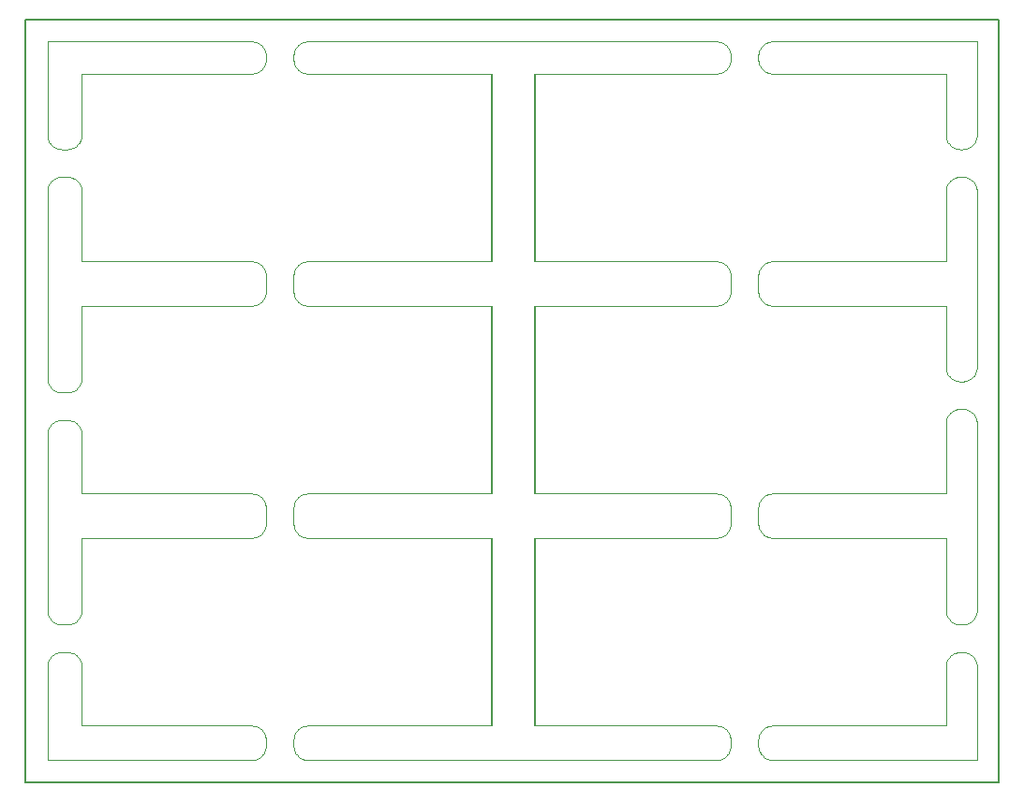
<source format=gbr>
G04 #@! TF.GenerationSoftware,KiCad,Pcbnew,5.0.2-bee76a0~70~ubuntu18.04.1*
G04 #@! TF.CreationDate,2020-02-26T15:26:05+01:00*
G04 #@! TF.ProjectId,output.rs485_usb_adapter_panel,6f757470-7574-42e7-9273-3438355f7573,rev?*
G04 #@! TF.SameCoordinates,Original*
G04 #@! TF.FileFunction,Profile,NP*
%FSLAX46Y46*%
G04 Gerber Fmt 4.6, Leading zero omitted, Abs format (unit mm)*
G04 Created by KiCad (PCBNEW 5.0.2-bee76a0~70~ubuntu18.04.1) date Wed 26 Feb 2020 03:26:05 PM CET*
%MOMM*%
%LPD*%
G01*
G04 APERTURE LIST*
%ADD10C,0.150000*%
%ADD11C,0.100000*%
G04 APERTURE END LIST*
D10*
X99000000Y-110000000D02*
X99000000Y-41000000D01*
X187000000Y-110000000D02*
X99000000Y-110000000D01*
X187000000Y-41000000D02*
X187000000Y-110000000D01*
X99000000Y-41000000D02*
X187000000Y-41000000D01*
X145100000Y-104900000D02*
X145100000Y-87900000D01*
X145100000Y-83900000D02*
X145100000Y-66900000D01*
X145100000Y-62900000D02*
X145100000Y-45900000D01*
X141200000Y-87900000D02*
X141200000Y-104900000D01*
X141200000Y-66900000D02*
X141200000Y-83900000D01*
X141200000Y-45900000D02*
X141200000Y-62900000D01*
D11*
X166499998Y-62900000D02*
X182200000Y-62900000D01*
X161500002Y-62900000D02*
X145100000Y-62900000D01*
X161500002Y-66900000D02*
X145100000Y-66900000D01*
X166499998Y-66900000D02*
X182200000Y-66900000D01*
X161500002Y-66900000D02*
X161599706Y-66892313D01*
X161500002Y-62900000D02*
X161599706Y-62907687D01*
X161599706Y-66892313D02*
X161698524Y-66876985D01*
X161599706Y-62907687D02*
X161698524Y-62923015D01*
X161698524Y-66876985D02*
X161795871Y-66854107D01*
X161698524Y-62923015D02*
X161795871Y-62945893D01*
X161795871Y-66854107D02*
X161891171Y-66823814D01*
X161795871Y-62945893D02*
X161891171Y-62976186D01*
X161891171Y-66823814D02*
X161983861Y-66786285D01*
X161891171Y-62976186D02*
X161983861Y-63013715D01*
X161983861Y-66786285D02*
X162073392Y-66741742D01*
X161983861Y-63013715D02*
X162073392Y-63058258D01*
X162073392Y-66741742D02*
X162159234Y-66690449D01*
X162073392Y-63058258D02*
X162159234Y-63109551D01*
X162159234Y-66690449D02*
X162240879Y-66632709D01*
X162159234Y-63109551D02*
X162240879Y-63167291D01*
X162240879Y-66632709D02*
X162317844Y-66568864D01*
X162240879Y-63167291D02*
X162317844Y-63231136D01*
X162317844Y-66568864D02*
X162389674Y-66499292D01*
X162317844Y-63231136D02*
X162389674Y-63300708D01*
X162389674Y-66499292D02*
X162455944Y-66424405D01*
X162389674Y-63300708D02*
X162455944Y-63375595D01*
X162455944Y-66424405D02*
X162516262Y-66344646D01*
X162455944Y-63375595D02*
X162516262Y-63455354D01*
X162516262Y-66344646D02*
X162570271Y-66260487D01*
X162516262Y-63455354D02*
X162570271Y-63539513D01*
X162570271Y-66260487D02*
X162617651Y-66172426D01*
X162570271Y-63539513D02*
X162617651Y-63627574D01*
X162617651Y-66172426D02*
X162658122Y-66080984D01*
X162617651Y-63627574D02*
X162658122Y-63719016D01*
X162658122Y-66080984D02*
X162691444Y-65986702D01*
X162658122Y-63719016D02*
X162691444Y-63813298D01*
X162691444Y-65986702D02*
X162717420Y-65890138D01*
X162691444Y-63813298D02*
X162717420Y-63909862D01*
X162717420Y-65890138D02*
X162735897Y-65791863D01*
X162717420Y-63909862D02*
X162735897Y-64008137D01*
X162735897Y-65791863D02*
X162746765Y-65692458D01*
X162735897Y-64008137D02*
X162746765Y-64107542D01*
X162746765Y-65692458D02*
X162749960Y-65592512D01*
X162746765Y-64107542D02*
X162749960Y-64207488D01*
X162749960Y-64207488D02*
X162749960Y-65592512D01*
X166499998Y-66900000D02*
X166400294Y-66892313D01*
X166499998Y-62900000D02*
X166400294Y-62907687D01*
X166400294Y-66892313D02*
X166301476Y-66876985D01*
X166400294Y-62907687D02*
X166301476Y-62923015D01*
X166301476Y-66876985D02*
X166204129Y-66854107D01*
X166301476Y-62923015D02*
X166204129Y-62945893D01*
X166204129Y-66854107D02*
X166108829Y-66823814D01*
X166204129Y-62945893D02*
X166108829Y-62976186D01*
X166108829Y-66823814D02*
X166016139Y-66786285D01*
X166108829Y-62976186D02*
X166016139Y-63013715D01*
X166016139Y-66786285D02*
X165926608Y-66741742D01*
X166016139Y-63013715D02*
X165926608Y-63058258D01*
X165926608Y-66741742D02*
X165840766Y-66690449D01*
X165926608Y-63058258D02*
X165840766Y-63109551D01*
X165840766Y-66690449D02*
X165759121Y-66632709D01*
X165840766Y-63109551D02*
X165759121Y-63167291D01*
X165759121Y-66632709D02*
X165682156Y-66568864D01*
X165759121Y-63167291D02*
X165682156Y-63231136D01*
X165682156Y-66568864D02*
X165610326Y-66499292D01*
X165682156Y-63231136D02*
X165610326Y-63300708D01*
X165610326Y-66499292D02*
X165544056Y-66424405D01*
X165610326Y-63300708D02*
X165544056Y-63375595D01*
X165544056Y-66424405D02*
X165483738Y-66344646D01*
X165544056Y-63375595D02*
X165483738Y-63455354D01*
X165483738Y-66344646D02*
X165429729Y-66260487D01*
X165483738Y-63455354D02*
X165429729Y-63539513D01*
X165429729Y-66260487D02*
X165382349Y-66172426D01*
X165429729Y-63539513D02*
X165382349Y-63627574D01*
X165382349Y-66172426D02*
X165341878Y-66080984D01*
X165382349Y-63627574D02*
X165341878Y-63719016D01*
X165341878Y-66080984D02*
X165308556Y-65986702D01*
X165341878Y-63719016D02*
X165308556Y-63813298D01*
X165308556Y-65986702D02*
X165282580Y-65890138D01*
X165308556Y-63813298D02*
X165282580Y-63909862D01*
X165282580Y-65890138D02*
X165264103Y-65791863D01*
X165282580Y-63909862D02*
X165264103Y-64008137D01*
X165264103Y-65791863D02*
X165253235Y-65692458D01*
X165264103Y-64008137D02*
X165253235Y-64107542D01*
X165253235Y-65692458D02*
X165250040Y-65592512D01*
X165253235Y-64107542D02*
X165250040Y-64207488D01*
X165250040Y-64207488D02*
X165250040Y-65592512D01*
X124499985Y-104900000D02*
X141200000Y-104900000D01*
X119499997Y-104900000D02*
X104100000Y-104900000D01*
X119500002Y-108000000D02*
X101000000Y-108000000D01*
X119500002Y-108000000D02*
X119599706Y-107992313D01*
X119499997Y-104900000D02*
X119599701Y-104907687D01*
X119599706Y-107992313D02*
X119698524Y-107976985D01*
X119599701Y-104907687D02*
X119698519Y-104923015D01*
X119698524Y-107976985D02*
X119795871Y-107954107D01*
X119698519Y-104923015D02*
X119795866Y-104945893D01*
X119795871Y-107954107D02*
X119891171Y-107923814D01*
X119795866Y-104945893D02*
X119891166Y-104976186D01*
X119891171Y-107923814D02*
X119983861Y-107886285D01*
X119891166Y-104976186D02*
X119983856Y-105013715D01*
X119983861Y-107886285D02*
X120073392Y-107841742D01*
X119983856Y-105013715D02*
X120073387Y-105058258D01*
X120073392Y-107841742D02*
X120159234Y-107790449D01*
X120073387Y-105058258D02*
X120159229Y-105109551D01*
X120159234Y-107790449D02*
X120240879Y-107732709D01*
X120159229Y-105109551D02*
X120240874Y-105167291D01*
X120240879Y-107732709D02*
X120317844Y-107668864D01*
X120240874Y-105167291D02*
X120317839Y-105231136D01*
X120317844Y-107668864D02*
X120389674Y-107599292D01*
X120317839Y-105231136D02*
X120389669Y-105300708D01*
X120389674Y-107599292D02*
X120455944Y-107524405D01*
X120389669Y-105300708D02*
X120455939Y-105375595D01*
X120455944Y-107524405D02*
X120516262Y-107444646D01*
X120455939Y-105375595D02*
X120516257Y-105455354D01*
X120516262Y-107444646D02*
X120570271Y-107360487D01*
X120516257Y-105455354D02*
X120570266Y-105539513D01*
X120570271Y-107360487D02*
X120617651Y-107272426D01*
X120570266Y-105539513D02*
X120617646Y-105627574D01*
X120617651Y-107272426D02*
X120658122Y-107180984D01*
X120617646Y-105627574D02*
X120658117Y-105719016D01*
X120658122Y-107180984D02*
X120691444Y-107086702D01*
X120658117Y-105719016D02*
X120691439Y-105813298D01*
X120691444Y-107086702D02*
X120717420Y-106990138D01*
X120691439Y-105813298D02*
X120717415Y-105909862D01*
X120717420Y-106990138D02*
X120735897Y-106891863D01*
X120717415Y-105909862D02*
X120735892Y-106008137D01*
X120735897Y-106891863D02*
X120746765Y-106792458D01*
X120735892Y-106008137D02*
X120746760Y-106107542D01*
X120746765Y-106792458D02*
X120749960Y-106692512D01*
X120746760Y-106107542D02*
X120749955Y-106207488D01*
X120749955Y-106207488D02*
X120749960Y-106692512D01*
X124499985Y-104900000D02*
X124400281Y-104907687D01*
X124499998Y-108000000D02*
X124400294Y-107992313D01*
X124400281Y-104907687D02*
X124301463Y-104923015D01*
X124400294Y-107992313D02*
X124301476Y-107976985D01*
X124301463Y-104923015D02*
X124204116Y-104945893D01*
X124301476Y-107976985D02*
X124204129Y-107954107D01*
X124204116Y-104945893D02*
X124108816Y-104976186D01*
X124204129Y-107954107D02*
X124108829Y-107923814D01*
X124108816Y-104976186D02*
X124016126Y-105013715D01*
X124108829Y-107923814D02*
X124016139Y-107886285D01*
X124016126Y-105013715D02*
X123926595Y-105058258D01*
X124016139Y-107886285D02*
X123926608Y-107841742D01*
X123926595Y-105058258D02*
X123840753Y-105109551D01*
X123926608Y-107841742D02*
X123840766Y-107790449D01*
X123840753Y-105109551D02*
X123759108Y-105167291D01*
X123840766Y-107790449D02*
X123759121Y-107732709D01*
X123759108Y-105167291D02*
X123682143Y-105231136D01*
X123759121Y-107732709D02*
X123682156Y-107668864D01*
X123682143Y-105231136D02*
X123610313Y-105300708D01*
X123682156Y-107668864D02*
X123610326Y-107599292D01*
X123610313Y-105300708D02*
X123544043Y-105375595D01*
X123610326Y-107599292D02*
X123544056Y-107524405D01*
X123544043Y-105375595D02*
X123483725Y-105455354D01*
X123544056Y-107524405D02*
X123483738Y-107444646D01*
X123483725Y-105455354D02*
X123429716Y-105539513D01*
X123483738Y-107444646D02*
X123429729Y-107360487D01*
X123429716Y-105539513D02*
X123382336Y-105627574D01*
X123429729Y-107360487D02*
X123382349Y-107272426D01*
X123382336Y-105627574D02*
X123341865Y-105719016D01*
X123382349Y-107272426D02*
X123341878Y-107180984D01*
X123341865Y-105719016D02*
X123308543Y-105813298D01*
X123341878Y-107180984D02*
X123308556Y-107086702D01*
X123308543Y-105813298D02*
X123282567Y-105909862D01*
X123308556Y-107086702D02*
X123282580Y-106990138D01*
X123282567Y-105909862D02*
X123264090Y-106008137D01*
X123282580Y-106990138D02*
X123264103Y-106891863D01*
X123264090Y-106008137D02*
X123253222Y-106107542D01*
X123264103Y-106891863D02*
X123253235Y-106792458D01*
X123253222Y-106107542D02*
X123250027Y-106207488D01*
X123253235Y-106792458D02*
X123250040Y-106692512D01*
X123250027Y-106207488D02*
X123250040Y-106692512D01*
X166499998Y-104900000D02*
X182200000Y-104900000D01*
X161500002Y-104900000D02*
X145100000Y-104900000D01*
X161500045Y-108000000D02*
X124499998Y-108000000D01*
X166499998Y-108000000D02*
X185000000Y-108000000D01*
X161500045Y-108000000D02*
X161599749Y-107992313D01*
X161500002Y-104900000D02*
X161599706Y-104907687D01*
X161599749Y-107992313D02*
X161698567Y-107976985D01*
X161599706Y-104907687D02*
X161698524Y-104923015D01*
X161698567Y-107976985D02*
X161795914Y-107954107D01*
X161698524Y-104923015D02*
X161795871Y-104945893D01*
X161795914Y-107954107D02*
X161891214Y-107923814D01*
X161795871Y-104945893D02*
X161891171Y-104976186D01*
X161891214Y-107923814D02*
X161983904Y-107886285D01*
X161891171Y-104976186D02*
X161983861Y-105013715D01*
X161983904Y-107886285D02*
X162073435Y-107841742D01*
X161983861Y-105013715D02*
X162073392Y-105058258D01*
X162073435Y-107841742D02*
X162159277Y-107790449D01*
X162073392Y-105058258D02*
X162159234Y-105109551D01*
X162159277Y-107790449D02*
X162240922Y-107732709D01*
X162159234Y-105109551D02*
X162240879Y-105167291D01*
X162240922Y-107732709D02*
X162317887Y-107668864D01*
X162240879Y-105167291D02*
X162317844Y-105231136D01*
X162317887Y-107668864D02*
X162389717Y-107599292D01*
X162317844Y-105231136D02*
X162389674Y-105300708D01*
X162389717Y-107599292D02*
X162455987Y-107524405D01*
X162389674Y-105300708D02*
X162455944Y-105375595D01*
X162455987Y-107524405D02*
X162516305Y-107444646D01*
X162455944Y-105375595D02*
X162516262Y-105455354D01*
X162516305Y-107444646D02*
X162570314Y-107360487D01*
X162516262Y-105455354D02*
X162570271Y-105539513D01*
X162570314Y-107360487D02*
X162617694Y-107272426D01*
X162570271Y-105539513D02*
X162617651Y-105627574D01*
X162617694Y-107272426D02*
X162658165Y-107180984D01*
X162617651Y-105627574D02*
X162658122Y-105719016D01*
X162658165Y-107180984D02*
X162691487Y-107086702D01*
X162658122Y-105719016D02*
X162691444Y-105813298D01*
X162691487Y-107086702D02*
X162717463Y-106990138D01*
X162691444Y-105813298D02*
X162717420Y-105909862D01*
X162717463Y-106990138D02*
X162735940Y-106891863D01*
X162717420Y-105909862D02*
X162735897Y-106008137D01*
X162735940Y-106891863D02*
X162746808Y-106792458D01*
X162735897Y-106008137D02*
X162746765Y-106107542D01*
X162746808Y-106792458D02*
X162750003Y-106692512D01*
X162746765Y-106107542D02*
X162749960Y-106207488D01*
X162749960Y-106207488D02*
X162750003Y-106692512D01*
X166499998Y-108000000D02*
X166400294Y-107992313D01*
X166499998Y-104900000D02*
X166400294Y-104907687D01*
X166400294Y-107992313D02*
X166301476Y-107976985D01*
X166400294Y-104907687D02*
X166301476Y-104923015D01*
X166301476Y-107976985D02*
X166204129Y-107954107D01*
X166301476Y-104923015D02*
X166204129Y-104945893D01*
X166204129Y-107954107D02*
X166108829Y-107923814D01*
X166204129Y-104945893D02*
X166108829Y-104976186D01*
X166108829Y-107923814D02*
X166016139Y-107886285D01*
X166108829Y-104976186D02*
X166016139Y-105013715D01*
X166016139Y-107886285D02*
X165926608Y-107841742D01*
X166016139Y-105013715D02*
X165926608Y-105058258D01*
X165926608Y-107841742D02*
X165840766Y-107790449D01*
X165926608Y-105058258D02*
X165840766Y-105109551D01*
X165840766Y-107790449D02*
X165759121Y-107732709D01*
X165840766Y-105109551D02*
X165759121Y-105167291D01*
X165759121Y-107732709D02*
X165682156Y-107668864D01*
X165759121Y-105167291D02*
X165682156Y-105231136D01*
X165682156Y-107668864D02*
X165610326Y-107599292D01*
X165682156Y-105231136D02*
X165610326Y-105300708D01*
X165610326Y-107599292D02*
X165544056Y-107524405D01*
X165610326Y-105300708D02*
X165544056Y-105375595D01*
X165544056Y-107524405D02*
X165483738Y-107444646D01*
X165544056Y-105375595D02*
X165483738Y-105455354D01*
X165483738Y-107444646D02*
X165429729Y-107360487D01*
X165483738Y-105455354D02*
X165429729Y-105539513D01*
X165429729Y-107360487D02*
X165382349Y-107272426D01*
X165429729Y-105539513D02*
X165382349Y-105627574D01*
X165382349Y-107272426D02*
X165341878Y-107180984D01*
X165382349Y-105627574D02*
X165341878Y-105719016D01*
X165341878Y-107180984D02*
X165308556Y-107086702D01*
X165341878Y-105719016D02*
X165308556Y-105813298D01*
X165308556Y-107086702D02*
X165282580Y-106990138D01*
X165308556Y-105813298D02*
X165282580Y-105909862D01*
X165282580Y-106990138D02*
X165264103Y-106891863D01*
X165282580Y-105909862D02*
X165264103Y-106008137D01*
X165264103Y-106891863D02*
X165253235Y-106792458D01*
X165264103Y-106008137D02*
X165253235Y-106107542D01*
X165253235Y-106792458D02*
X165250040Y-106692512D01*
X165253235Y-106107542D02*
X165250040Y-106207488D01*
X165250040Y-106207488D02*
X165250040Y-106692512D01*
X161500002Y-87900000D02*
X145100000Y-87900000D01*
X166499998Y-87900000D02*
X182200000Y-87900000D01*
X166499998Y-83900000D02*
X182200000Y-83900000D01*
X161500002Y-83900000D02*
X145100000Y-83900000D01*
X166499998Y-83900000D02*
X166400294Y-83907687D01*
X166499998Y-87900000D02*
X166400294Y-87892313D01*
X166400294Y-83907687D02*
X166301476Y-83923015D01*
X166400294Y-87892313D02*
X166301476Y-87876985D01*
X166301476Y-83923015D02*
X166204129Y-83945893D01*
X166301476Y-87876985D02*
X166204129Y-87854107D01*
X166204129Y-83945893D02*
X166108829Y-83976186D01*
X166204129Y-87854107D02*
X166108829Y-87823814D01*
X166108829Y-83976186D02*
X166016139Y-84013715D01*
X166108829Y-87823814D02*
X166016139Y-87786285D01*
X166016139Y-84013715D02*
X165926608Y-84058258D01*
X166016139Y-87786285D02*
X165926608Y-87741742D01*
X165926608Y-84058258D02*
X165840766Y-84109551D01*
X165926608Y-87741742D02*
X165840766Y-87690449D01*
X165840766Y-84109551D02*
X165759121Y-84167291D01*
X165840766Y-87690449D02*
X165759121Y-87632709D01*
X165759121Y-84167291D02*
X165682156Y-84231136D01*
X165759121Y-87632709D02*
X165682156Y-87568864D01*
X165682156Y-84231136D02*
X165610326Y-84300708D01*
X165682156Y-87568864D02*
X165610326Y-87499292D01*
X165610326Y-84300708D02*
X165544056Y-84375595D01*
X165610326Y-87499292D02*
X165544056Y-87424405D01*
X165544056Y-84375595D02*
X165483738Y-84455354D01*
X165544056Y-87424405D02*
X165483738Y-87344646D01*
X165483738Y-84455354D02*
X165429729Y-84539513D01*
X165483738Y-87344646D02*
X165429729Y-87260487D01*
X165429729Y-84539513D02*
X165382349Y-84627574D01*
X165429729Y-87260487D02*
X165382349Y-87172426D01*
X165382349Y-84627574D02*
X165341878Y-84719016D01*
X165382349Y-87172426D02*
X165341878Y-87080984D01*
X165341878Y-84719016D02*
X165308556Y-84813298D01*
X165341878Y-87080984D02*
X165308556Y-86986702D01*
X165308556Y-84813298D02*
X165282580Y-84909862D01*
X165308556Y-86986702D02*
X165282580Y-86890138D01*
X165282580Y-84909862D02*
X165264103Y-85008137D01*
X165282580Y-86890138D02*
X165264103Y-86791863D01*
X165264103Y-85008137D02*
X165253235Y-85107542D01*
X165264103Y-86791863D02*
X165253235Y-86692458D01*
X165253235Y-85107542D02*
X165250040Y-85207488D01*
X165253235Y-86692458D02*
X165250040Y-86592512D01*
X165250040Y-86592512D02*
X165250040Y-85207488D01*
X161500002Y-83900000D02*
X161599706Y-83907687D01*
X161500002Y-87900000D02*
X161599706Y-87892313D01*
X161599706Y-83907687D02*
X161698524Y-83923015D01*
X161599706Y-87892313D02*
X161698524Y-87876985D01*
X161698524Y-83923015D02*
X161795871Y-83945893D01*
X161698524Y-87876985D02*
X161795871Y-87854107D01*
X161795871Y-83945893D02*
X161891171Y-83976186D01*
X161795871Y-87854107D02*
X161891171Y-87823814D01*
X161891171Y-83976186D02*
X161983861Y-84013715D01*
X161891171Y-87823814D02*
X161983861Y-87786285D01*
X161983861Y-84013715D02*
X162073392Y-84058258D01*
X161983861Y-87786285D02*
X162073392Y-87741742D01*
X162073392Y-84058258D02*
X162159234Y-84109551D01*
X162073392Y-87741742D02*
X162159234Y-87690449D01*
X162159234Y-84109551D02*
X162240879Y-84167291D01*
X162159234Y-87690449D02*
X162240879Y-87632709D01*
X162240879Y-84167291D02*
X162317844Y-84231136D01*
X162240879Y-87632709D02*
X162317844Y-87568864D01*
X162317844Y-84231136D02*
X162389674Y-84300708D01*
X162317844Y-87568864D02*
X162389674Y-87499292D01*
X162389674Y-84300708D02*
X162455944Y-84375595D01*
X162389674Y-87499292D02*
X162455944Y-87424405D01*
X162455944Y-84375595D02*
X162516262Y-84455354D01*
X162455944Y-87424405D02*
X162516262Y-87344646D01*
X162516262Y-84455354D02*
X162570271Y-84539513D01*
X162516262Y-87344646D02*
X162570271Y-87260487D01*
X162570271Y-84539513D02*
X162617651Y-84627574D01*
X162570271Y-87260487D02*
X162617651Y-87172426D01*
X162617651Y-84627574D02*
X162658122Y-84719016D01*
X162617651Y-87172426D02*
X162658122Y-87080984D01*
X162658122Y-84719016D02*
X162691444Y-84813298D01*
X162658122Y-87080984D02*
X162691444Y-86986702D01*
X162691444Y-84813298D02*
X162717420Y-84909862D01*
X162691444Y-86986702D02*
X162717420Y-86890138D01*
X162717420Y-84909862D02*
X162735897Y-85008137D01*
X162717420Y-86890138D02*
X162735897Y-86791863D01*
X162735897Y-85008137D02*
X162746765Y-85107542D01*
X162735897Y-86791863D02*
X162746765Y-86692458D01*
X162746765Y-85107542D02*
X162749960Y-85207488D01*
X162746765Y-86692458D02*
X162749960Y-86592512D01*
X162749960Y-86592512D02*
X162749960Y-85207488D01*
X124499985Y-83900000D02*
X141200000Y-83900000D01*
X119499997Y-83900000D02*
X104100000Y-83900000D01*
X119499997Y-87900000D02*
X104100000Y-87900000D01*
X124499985Y-87900000D02*
X141200000Y-87900000D01*
X119499997Y-87900000D02*
X119599701Y-87892313D01*
X119499997Y-83900000D02*
X119599701Y-83907687D01*
X119599701Y-87892313D02*
X119698519Y-87876985D01*
X119599701Y-83907687D02*
X119698519Y-83923015D01*
X119698519Y-87876985D02*
X119795866Y-87854107D01*
X119698519Y-83923015D02*
X119795866Y-83945893D01*
X119795866Y-87854107D02*
X119891166Y-87823814D01*
X119795866Y-83945893D02*
X119891166Y-83976186D01*
X119891166Y-87823814D02*
X119983856Y-87786285D01*
X119891166Y-83976186D02*
X119983856Y-84013715D01*
X119983856Y-87786285D02*
X120073387Y-87741742D01*
X119983856Y-84013715D02*
X120073387Y-84058258D01*
X120073387Y-87741742D02*
X120159229Y-87690449D01*
X120073387Y-84058258D02*
X120159229Y-84109551D01*
X120159229Y-87690449D02*
X120240874Y-87632709D01*
X120159229Y-84109551D02*
X120240874Y-84167291D01*
X120240874Y-87632709D02*
X120317839Y-87568864D01*
X120240874Y-84167291D02*
X120317839Y-84231136D01*
X120317839Y-87568864D02*
X120389669Y-87499292D01*
X120317839Y-84231136D02*
X120389669Y-84300708D01*
X120389669Y-87499292D02*
X120455939Y-87424405D01*
X120389669Y-84300708D02*
X120455939Y-84375595D01*
X120455939Y-87424405D02*
X120516257Y-87344646D01*
X120455939Y-84375595D02*
X120516257Y-84455354D01*
X120516257Y-87344646D02*
X120570266Y-87260487D01*
X120516257Y-84455354D02*
X120570266Y-84539513D01*
X120570266Y-87260487D02*
X120617646Y-87172426D01*
X120570266Y-84539513D02*
X120617646Y-84627574D01*
X120617646Y-87172426D02*
X120658117Y-87080984D01*
X120617646Y-84627574D02*
X120658117Y-84719016D01*
X120658117Y-87080984D02*
X120691439Y-86986702D01*
X120658117Y-84719016D02*
X120691439Y-84813298D01*
X120691439Y-86986702D02*
X120717415Y-86890138D01*
X120691439Y-84813298D02*
X120717415Y-84909862D01*
X120717415Y-86890138D02*
X120735892Y-86791863D01*
X120717415Y-84909862D02*
X120735892Y-85008137D01*
X120735892Y-86791863D02*
X120746760Y-86692458D01*
X120735892Y-85008137D02*
X120746760Y-85107542D01*
X120746760Y-86692458D02*
X120749955Y-86592512D01*
X120746760Y-85107542D02*
X120749955Y-85207488D01*
X120749955Y-85207488D02*
X120749955Y-86592512D01*
X124499985Y-87900000D02*
X124400281Y-87892313D01*
X124499985Y-83900000D02*
X124400281Y-83907687D01*
X124400281Y-87892313D02*
X124301463Y-87876985D01*
X124400281Y-83907687D02*
X124301463Y-83923015D01*
X124301463Y-87876985D02*
X124204116Y-87854107D01*
X124301463Y-83923015D02*
X124204116Y-83945893D01*
X124204116Y-87854107D02*
X124108816Y-87823814D01*
X124204116Y-83945893D02*
X124108816Y-83976186D01*
X124108816Y-87823814D02*
X124016126Y-87786285D01*
X124108816Y-83976186D02*
X124016126Y-84013715D01*
X124016126Y-87786285D02*
X123926595Y-87741742D01*
X124016126Y-84013715D02*
X123926595Y-84058258D01*
X123926595Y-87741742D02*
X123840753Y-87690449D01*
X123926595Y-84058258D02*
X123840753Y-84109551D01*
X123840753Y-87690449D02*
X123759108Y-87632709D01*
X123840753Y-84109551D02*
X123759108Y-84167291D01*
X123759108Y-87632709D02*
X123682143Y-87568864D01*
X123759108Y-84167291D02*
X123682143Y-84231136D01*
X123682143Y-87568864D02*
X123610313Y-87499292D01*
X123682143Y-84231136D02*
X123610313Y-84300708D01*
X123610313Y-87499292D02*
X123544043Y-87424405D01*
X123610313Y-84300708D02*
X123544043Y-84375595D01*
X123544043Y-87424405D02*
X123483725Y-87344646D01*
X123544043Y-84375595D02*
X123483725Y-84455354D01*
X123483725Y-87344646D02*
X123429716Y-87260487D01*
X123483725Y-84455354D02*
X123429716Y-84539513D01*
X123429716Y-87260487D02*
X123382336Y-87172426D01*
X123429716Y-84539513D02*
X123382336Y-84627574D01*
X123382336Y-87172426D02*
X123341865Y-87080984D01*
X123382336Y-84627574D02*
X123341865Y-84719016D01*
X123341865Y-87080984D02*
X123308543Y-86986702D01*
X123341865Y-84719016D02*
X123308543Y-84813298D01*
X123308543Y-86986702D02*
X123282567Y-86890138D01*
X123308543Y-84813298D02*
X123282567Y-84909862D01*
X123282567Y-86890138D02*
X123264090Y-86791863D01*
X123282567Y-84909862D02*
X123264090Y-85008137D01*
X123264090Y-86791863D02*
X123253222Y-86692458D01*
X123264090Y-85008137D02*
X123253222Y-85107542D01*
X123253222Y-86692458D02*
X123250027Y-86592512D01*
X123253222Y-85107542D02*
X123250027Y-85207488D01*
X123250027Y-85207488D02*
X123250027Y-86592512D01*
X124499985Y-62900000D02*
X141200000Y-62900000D01*
X119499997Y-62900000D02*
X104100000Y-62900000D01*
X119499997Y-66900000D02*
X104100000Y-66900000D01*
X124499985Y-66900000D02*
X141200000Y-66900000D01*
X119499997Y-66900000D02*
X119599701Y-66892313D01*
X119499997Y-62900000D02*
X119599701Y-62907687D01*
X119599701Y-66892313D02*
X119698519Y-66876985D01*
X119599701Y-62907687D02*
X119698519Y-62923015D01*
X119698519Y-66876985D02*
X119795866Y-66854107D01*
X119698519Y-62923015D02*
X119795866Y-62945893D01*
X119795866Y-66854107D02*
X119891166Y-66823814D01*
X119795866Y-62945893D02*
X119891166Y-62976186D01*
X119891166Y-66823814D02*
X119983856Y-66786285D01*
X119891166Y-62976186D02*
X119983856Y-63013715D01*
X119983856Y-66786285D02*
X120073387Y-66741742D01*
X119983856Y-63013715D02*
X120073387Y-63058258D01*
X120073387Y-66741742D02*
X120159229Y-66690449D01*
X120073387Y-63058258D02*
X120159229Y-63109551D01*
X120159229Y-66690449D02*
X120240874Y-66632709D01*
X120159229Y-63109551D02*
X120240874Y-63167291D01*
X120240874Y-66632709D02*
X120317839Y-66568864D01*
X120240874Y-63167291D02*
X120317839Y-63231136D01*
X120317839Y-66568864D02*
X120389669Y-66499292D01*
X120317839Y-63231136D02*
X120389669Y-63300708D01*
X120389669Y-66499292D02*
X120455939Y-66424405D01*
X120389669Y-63300708D02*
X120455939Y-63375595D01*
X120455939Y-66424405D02*
X120516257Y-66344646D01*
X120455939Y-63375595D02*
X120516257Y-63455354D01*
X120516257Y-66344646D02*
X120570266Y-66260487D01*
X120516257Y-63455354D02*
X120570266Y-63539513D01*
X120570266Y-66260487D02*
X120617646Y-66172426D01*
X120570266Y-63539513D02*
X120617646Y-63627574D01*
X120617646Y-66172426D02*
X120658117Y-66080984D01*
X120617646Y-63627574D02*
X120658117Y-63719016D01*
X120658117Y-66080984D02*
X120691439Y-65986702D01*
X120658117Y-63719016D02*
X120691439Y-63813298D01*
X120691439Y-65986702D02*
X120717415Y-65890138D01*
X120691439Y-63813298D02*
X120717415Y-63909862D01*
X120717415Y-65890138D02*
X120735892Y-65791863D01*
X120717415Y-63909862D02*
X120735892Y-64008137D01*
X120735892Y-65791863D02*
X120746760Y-65692458D01*
X120735892Y-64008137D02*
X120746760Y-64107542D01*
X120746760Y-65692458D02*
X120749955Y-65592512D01*
X120746760Y-64107542D02*
X120749955Y-64207488D01*
X120749955Y-64207488D02*
X120749955Y-65592512D01*
X124499985Y-66900000D02*
X124400281Y-66892313D01*
X124499985Y-62900000D02*
X124400281Y-62907687D01*
X124400281Y-66892313D02*
X124301463Y-66876985D01*
X124400281Y-62907687D02*
X124301463Y-62923015D01*
X124301463Y-66876985D02*
X124204116Y-66854107D01*
X124301463Y-62923015D02*
X124204116Y-62945893D01*
X124204116Y-66854107D02*
X124108816Y-66823814D01*
X124204116Y-62945893D02*
X124108816Y-62976186D01*
X124108816Y-66823814D02*
X124016126Y-66786285D01*
X124108816Y-62976186D02*
X124016126Y-63013715D01*
X124016126Y-66786285D02*
X123926595Y-66741742D01*
X124016126Y-63013715D02*
X123926595Y-63058258D01*
X123926595Y-66741742D02*
X123840753Y-66690449D01*
X123926595Y-63058258D02*
X123840753Y-63109551D01*
X123840753Y-66690449D02*
X123759108Y-66632709D01*
X123840753Y-63109551D02*
X123759108Y-63167291D01*
X123759108Y-66632709D02*
X123682143Y-66568864D01*
X123759108Y-63167291D02*
X123682143Y-63231136D01*
X123682143Y-66568864D02*
X123610313Y-66499292D01*
X123682143Y-63231136D02*
X123610313Y-63300708D01*
X123610313Y-66499292D02*
X123544043Y-66424405D01*
X123610313Y-63300708D02*
X123544043Y-63375595D01*
X123544043Y-66424405D02*
X123483725Y-66344646D01*
X123544043Y-63375595D02*
X123483725Y-63455354D01*
X123483725Y-66344646D02*
X123429716Y-66260487D01*
X123483725Y-63455354D02*
X123429716Y-63539513D01*
X123429716Y-66260487D02*
X123382336Y-66172426D01*
X123429716Y-63539513D02*
X123382336Y-63627574D01*
X123382336Y-66172426D02*
X123341865Y-66080984D01*
X123382336Y-63627574D02*
X123341865Y-63719016D01*
X123341865Y-66080984D02*
X123308543Y-65986702D01*
X123341865Y-63719016D02*
X123308543Y-63813298D01*
X123308543Y-65986702D02*
X123282567Y-65890138D01*
X123308543Y-63813298D02*
X123282567Y-63909862D01*
X123282567Y-65890138D02*
X123264090Y-65791863D01*
X123282567Y-63909862D02*
X123264090Y-64008137D01*
X123264090Y-65791863D02*
X123253222Y-65692458D01*
X123264090Y-64008137D02*
X123253222Y-64107542D01*
X123253222Y-65692458D02*
X123250027Y-65592512D01*
X123253222Y-64107542D02*
X123250027Y-64207488D01*
X123250027Y-64207488D02*
X123250027Y-65592512D01*
X104100000Y-56500010D02*
X104100000Y-62900000D01*
X104100000Y-51499995D02*
X104100000Y-45900000D01*
X101000000Y-51500002D02*
X101000000Y-43000000D01*
X101000000Y-51500002D02*
X101007687Y-51599706D01*
X104100000Y-51499995D02*
X104092313Y-51599699D01*
X101007687Y-51599706D02*
X101023015Y-51698524D01*
X104092313Y-51599699D02*
X104076985Y-51698517D01*
X101023015Y-51698524D02*
X101045893Y-51795871D01*
X104076985Y-51698517D02*
X104054107Y-51795864D01*
X101045893Y-51795871D02*
X101076186Y-51891171D01*
X104054107Y-51795864D02*
X104023814Y-51891164D01*
X101076186Y-51891171D02*
X101113715Y-51983861D01*
X104023814Y-51891164D02*
X103986285Y-51983854D01*
X101113715Y-51983861D02*
X101158258Y-52073392D01*
X103986285Y-51983854D02*
X103941742Y-52073385D01*
X101158258Y-52073392D02*
X101209551Y-52159234D01*
X103941742Y-52073385D02*
X103890449Y-52159227D01*
X101209551Y-52159234D02*
X101267291Y-52240879D01*
X103890449Y-52159227D02*
X103832709Y-52240872D01*
X101267291Y-52240879D02*
X101331136Y-52317844D01*
X103832709Y-52240872D02*
X103768864Y-52317837D01*
X101331136Y-52317844D02*
X101400708Y-52389674D01*
X103768864Y-52317837D02*
X103699292Y-52389667D01*
X101400708Y-52389674D02*
X101475595Y-52455944D01*
X103699292Y-52389667D02*
X103624405Y-52455937D01*
X101475595Y-52455944D02*
X101555354Y-52516262D01*
X103624405Y-52455937D02*
X103544646Y-52516255D01*
X101555354Y-52516262D02*
X101639513Y-52570271D01*
X103544646Y-52516255D02*
X103460487Y-52570264D01*
X101639513Y-52570271D02*
X101727574Y-52617651D01*
X103460487Y-52570264D02*
X103372426Y-52617644D01*
X101727574Y-52617651D02*
X101819016Y-52658122D01*
X103372426Y-52617644D02*
X103280984Y-52658115D01*
X101819016Y-52658122D02*
X101913298Y-52691444D01*
X103280984Y-52658115D02*
X103186702Y-52691437D01*
X101913298Y-52691444D02*
X102009862Y-52717420D01*
X103186702Y-52691437D02*
X103090138Y-52717413D01*
X102009862Y-52717420D02*
X102108137Y-52735897D01*
X103090138Y-52717413D02*
X102991863Y-52735890D01*
X102108137Y-52735897D02*
X102207542Y-52746765D01*
X102991863Y-52735890D02*
X102892458Y-52746758D01*
X102207542Y-52746765D02*
X102307488Y-52749960D01*
X102892458Y-52746758D02*
X102792512Y-52749953D01*
X102792512Y-52749953D02*
X102307488Y-52749960D01*
X104100000Y-56500010D02*
X104092313Y-56400306D01*
X101000000Y-56500065D02*
X101007687Y-56400361D01*
X104092313Y-56400306D02*
X104076985Y-56301488D01*
X101007687Y-56400361D02*
X101023015Y-56301543D01*
X104076985Y-56301488D02*
X104054107Y-56204141D01*
X101023015Y-56301543D02*
X101045893Y-56204196D01*
X104054107Y-56204141D02*
X104023814Y-56108841D01*
X101045893Y-56204196D02*
X101076186Y-56108896D01*
X104023814Y-56108841D02*
X103986285Y-56016151D01*
X101076186Y-56108896D02*
X101113715Y-56016206D01*
X103986285Y-56016151D02*
X103941742Y-55926620D01*
X101113715Y-56016206D02*
X101158258Y-55926675D01*
X103941742Y-55926620D02*
X103890449Y-55840778D01*
X101158258Y-55926675D02*
X101209551Y-55840833D01*
X103890449Y-55840778D02*
X103832709Y-55759133D01*
X101209551Y-55840833D02*
X101267291Y-55759188D01*
X103832709Y-55759133D02*
X103768864Y-55682168D01*
X101267291Y-55759188D02*
X101331136Y-55682223D01*
X103768864Y-55682168D02*
X103699292Y-55610338D01*
X101331136Y-55682223D02*
X101400708Y-55610393D01*
X103699292Y-55610338D02*
X103624405Y-55544068D01*
X101400708Y-55610393D02*
X101475595Y-55544123D01*
X103624405Y-55544068D02*
X103544646Y-55483750D01*
X101475595Y-55544123D02*
X101555354Y-55483805D01*
X103544646Y-55483750D02*
X103460487Y-55429741D01*
X101555354Y-55483805D02*
X101639513Y-55429796D01*
X103460487Y-55429741D02*
X103372426Y-55382361D01*
X101639513Y-55429796D02*
X101727574Y-55382416D01*
X103372426Y-55382361D02*
X103280984Y-55341890D01*
X101727574Y-55382416D02*
X101819016Y-55341945D01*
X103280984Y-55341890D02*
X103186702Y-55308568D01*
X101819016Y-55341945D02*
X101913298Y-55308623D01*
X103186702Y-55308568D02*
X103090138Y-55282592D01*
X101913298Y-55308623D02*
X102009862Y-55282647D01*
X103090138Y-55282592D02*
X102991863Y-55264115D01*
X102009862Y-55282647D02*
X102108137Y-55264170D01*
X102991863Y-55264115D02*
X102892458Y-55253247D01*
X102108137Y-55264170D02*
X102207542Y-55253302D01*
X102892458Y-55253247D02*
X102792512Y-55250052D01*
X102207542Y-55253302D02*
X102307488Y-55250107D01*
X102792512Y-55250052D02*
X102307488Y-55250107D01*
X104100000Y-78499995D02*
X104100000Y-83900000D01*
X104100000Y-73500002D02*
X104100000Y-66900000D01*
X101000000Y-73500010D02*
X101000000Y-56500065D01*
X101000000Y-73500010D02*
X101007687Y-73599714D01*
X104100000Y-73500002D02*
X104092313Y-73599706D01*
X101007687Y-73599714D02*
X101023015Y-73698532D01*
X104092313Y-73599706D02*
X104076985Y-73698524D01*
X101023015Y-73698532D02*
X101045893Y-73795879D01*
X104076985Y-73698524D02*
X104054107Y-73795871D01*
X101045893Y-73795879D02*
X101076186Y-73891179D01*
X104054107Y-73795871D02*
X104023814Y-73891171D01*
X101076186Y-73891179D02*
X101113715Y-73983869D01*
X104023814Y-73891171D02*
X103986285Y-73983861D01*
X101113715Y-73983869D02*
X101158258Y-74073400D01*
X103986285Y-73983861D02*
X103941742Y-74073392D01*
X101158258Y-74073400D02*
X101209551Y-74159242D01*
X103941742Y-74073392D02*
X103890449Y-74159234D01*
X101209551Y-74159242D02*
X101267291Y-74240887D01*
X103890449Y-74159234D02*
X103832709Y-74240879D01*
X101267291Y-74240887D02*
X101331136Y-74317852D01*
X103832709Y-74240879D02*
X103768864Y-74317844D01*
X101331136Y-74317852D02*
X101400708Y-74389682D01*
X103768864Y-74317844D02*
X103699292Y-74389674D01*
X101400708Y-74389682D02*
X101475595Y-74455952D01*
X103699292Y-74389674D02*
X103624405Y-74455944D01*
X101475595Y-74455952D02*
X101555354Y-74516270D01*
X103624405Y-74455944D02*
X103544646Y-74516262D01*
X101555354Y-74516270D02*
X101639513Y-74570279D01*
X103544646Y-74516262D02*
X103460487Y-74570271D01*
X101639513Y-74570279D02*
X101727574Y-74617659D01*
X103460487Y-74570271D02*
X103372426Y-74617651D01*
X101727574Y-74617659D02*
X101819016Y-74658130D01*
X103372426Y-74617651D02*
X103280984Y-74658122D01*
X101819016Y-74658130D02*
X101913298Y-74691452D01*
X103280984Y-74658122D02*
X103186702Y-74691444D01*
X101913298Y-74691452D02*
X102009862Y-74717428D01*
X103186702Y-74691444D02*
X103090138Y-74717420D01*
X102009862Y-74717428D02*
X102108137Y-74735905D01*
X103090138Y-74717420D02*
X102991863Y-74735897D01*
X102108137Y-74735905D02*
X102207542Y-74746773D01*
X102991863Y-74735897D02*
X102892458Y-74746765D01*
X102207542Y-74746773D02*
X102307488Y-74749968D01*
X102892458Y-74746765D02*
X102792512Y-74749960D01*
X102792512Y-74749960D02*
X102307488Y-74749968D01*
X104100000Y-78499995D02*
X104092313Y-78400291D01*
X101000000Y-78500000D02*
X101007687Y-78400296D01*
X104092313Y-78400291D02*
X104076985Y-78301473D01*
X101007687Y-78400296D02*
X101023015Y-78301478D01*
X104076985Y-78301473D02*
X104054107Y-78204126D01*
X101023015Y-78301478D02*
X101045893Y-78204131D01*
X104054107Y-78204126D02*
X104023814Y-78108826D01*
X101045893Y-78204131D02*
X101076186Y-78108831D01*
X104023814Y-78108826D02*
X103986285Y-78016136D01*
X101076186Y-78108831D02*
X101113715Y-78016141D01*
X103986285Y-78016136D02*
X103941742Y-77926605D01*
X101113715Y-78016141D02*
X101158258Y-77926610D01*
X103941742Y-77926605D02*
X103890449Y-77840763D01*
X101158258Y-77926610D02*
X101209551Y-77840768D01*
X103890449Y-77840763D02*
X103832709Y-77759118D01*
X101209551Y-77840768D02*
X101267291Y-77759123D01*
X103832709Y-77759118D02*
X103768864Y-77682153D01*
X101267291Y-77759123D02*
X101331136Y-77682158D01*
X103768864Y-77682153D02*
X103699292Y-77610323D01*
X101331136Y-77682158D02*
X101400708Y-77610328D01*
X103699292Y-77610323D02*
X103624405Y-77544053D01*
X101400708Y-77610328D02*
X101475595Y-77544058D01*
X103624405Y-77544053D02*
X103544646Y-77483735D01*
X101475595Y-77544058D02*
X101555354Y-77483740D01*
X103544646Y-77483735D02*
X103460487Y-77429726D01*
X101555354Y-77483740D02*
X101639513Y-77429731D01*
X103460487Y-77429726D02*
X103372426Y-77382346D01*
X101639513Y-77429731D02*
X101727574Y-77382351D01*
X103372426Y-77382346D02*
X103280984Y-77341875D01*
X101727574Y-77382351D02*
X101819016Y-77341880D01*
X103280984Y-77341875D02*
X103186702Y-77308553D01*
X101819016Y-77341880D02*
X101913298Y-77308558D01*
X103186702Y-77308553D02*
X103090138Y-77282577D01*
X101913298Y-77308558D02*
X102009862Y-77282582D01*
X103090138Y-77282577D02*
X102991863Y-77264100D01*
X102009862Y-77282582D02*
X102108137Y-77264105D01*
X102991863Y-77264100D02*
X102892458Y-77253232D01*
X102108137Y-77264105D02*
X102207542Y-77253237D01*
X102892458Y-77253232D02*
X102792512Y-77250037D01*
X102207542Y-77253237D02*
X102307488Y-77250042D01*
X102792512Y-77250037D02*
X102307488Y-77250042D01*
X104100000Y-99499995D02*
X104100000Y-104900000D01*
X104100000Y-94500002D02*
X104100000Y-87900000D01*
X101000000Y-94500002D02*
X101000000Y-78500000D01*
X101000000Y-99499998D02*
X101000000Y-108000000D01*
X101000000Y-94500002D02*
X101007687Y-94599706D01*
X104100000Y-94500002D02*
X104092313Y-94599706D01*
X101007687Y-94599706D02*
X101023015Y-94698524D01*
X104092313Y-94599706D02*
X104076985Y-94698524D01*
X101023015Y-94698524D02*
X101045893Y-94795871D01*
X104076985Y-94698524D02*
X104054107Y-94795871D01*
X101045893Y-94795871D02*
X101076186Y-94891171D01*
X104054107Y-94795871D02*
X104023814Y-94891171D01*
X101076186Y-94891171D02*
X101113715Y-94983861D01*
X104023814Y-94891171D02*
X103986285Y-94983861D01*
X101113715Y-94983861D02*
X101158258Y-95073392D01*
X103986285Y-94983861D02*
X103941742Y-95073392D01*
X101158258Y-95073392D02*
X101209551Y-95159234D01*
X103941742Y-95073392D02*
X103890449Y-95159234D01*
X101209551Y-95159234D02*
X101267291Y-95240879D01*
X103890449Y-95159234D02*
X103832709Y-95240879D01*
X101267291Y-95240879D02*
X101331136Y-95317844D01*
X103832709Y-95240879D02*
X103768864Y-95317844D01*
X101331136Y-95317844D02*
X101400708Y-95389674D01*
X103768864Y-95317844D02*
X103699292Y-95389674D01*
X101400708Y-95389674D02*
X101475595Y-95455944D01*
X103699292Y-95389674D02*
X103624405Y-95455944D01*
X101475595Y-95455944D02*
X101555354Y-95516262D01*
X103624405Y-95455944D02*
X103544646Y-95516262D01*
X101555354Y-95516262D02*
X101639513Y-95570271D01*
X103544646Y-95516262D02*
X103460487Y-95570271D01*
X101639513Y-95570271D02*
X101727574Y-95617651D01*
X103460487Y-95570271D02*
X103372426Y-95617651D01*
X101727574Y-95617651D02*
X101819016Y-95658122D01*
X103372426Y-95617651D02*
X103280984Y-95658122D01*
X101819016Y-95658122D02*
X101913298Y-95691444D01*
X103280984Y-95658122D02*
X103186702Y-95691444D01*
X101913298Y-95691444D02*
X102009862Y-95717420D01*
X103186702Y-95691444D02*
X103090138Y-95717420D01*
X102009862Y-95717420D02*
X102108137Y-95735897D01*
X103090138Y-95717420D02*
X102991863Y-95735897D01*
X102108137Y-95735897D02*
X102207542Y-95746765D01*
X102991863Y-95735897D02*
X102892458Y-95746765D01*
X102207542Y-95746765D02*
X102307488Y-95749960D01*
X102892458Y-95746765D02*
X102792512Y-95749960D01*
X102792512Y-95749960D02*
X102307488Y-95749960D01*
X104100000Y-99499995D02*
X104092313Y-99400291D01*
X101000000Y-99499998D02*
X101007687Y-99400294D01*
X104092313Y-99400291D02*
X104076985Y-99301473D01*
X101007687Y-99400294D02*
X101023015Y-99301476D01*
X104076985Y-99301473D02*
X104054107Y-99204126D01*
X101023015Y-99301476D02*
X101045893Y-99204129D01*
X104054107Y-99204126D02*
X104023814Y-99108826D01*
X101045893Y-99204129D02*
X101076186Y-99108829D01*
X104023814Y-99108826D02*
X103986285Y-99016136D01*
X101076186Y-99108829D02*
X101113715Y-99016139D01*
X103986285Y-99016136D02*
X103941742Y-98926605D01*
X101113715Y-99016139D02*
X101158258Y-98926608D01*
X103941742Y-98926605D02*
X103890449Y-98840763D01*
X101158258Y-98926608D02*
X101209551Y-98840766D01*
X103890449Y-98840763D02*
X103832709Y-98759118D01*
X101209551Y-98840766D02*
X101267291Y-98759121D01*
X103832709Y-98759118D02*
X103768864Y-98682153D01*
X101267291Y-98759121D02*
X101331136Y-98682156D01*
X103768864Y-98682153D02*
X103699292Y-98610323D01*
X101331136Y-98682156D02*
X101400708Y-98610326D01*
X103699292Y-98610323D02*
X103624405Y-98544053D01*
X101400708Y-98610326D02*
X101475595Y-98544056D01*
X103624405Y-98544053D02*
X103544646Y-98483735D01*
X101475595Y-98544056D02*
X101555354Y-98483738D01*
X103544646Y-98483735D02*
X103460487Y-98429726D01*
X101555354Y-98483738D02*
X101639513Y-98429729D01*
X103460487Y-98429726D02*
X103372426Y-98382346D01*
X101639513Y-98429729D02*
X101727574Y-98382349D01*
X103372426Y-98382346D02*
X103280984Y-98341875D01*
X101727574Y-98382349D02*
X101819016Y-98341878D01*
X103280984Y-98341875D02*
X103186702Y-98308553D01*
X101819016Y-98341878D02*
X101913298Y-98308556D01*
X103186702Y-98308553D02*
X103090138Y-98282577D01*
X101913298Y-98308556D02*
X102009862Y-98282580D01*
X103090138Y-98282577D02*
X102991863Y-98264100D01*
X102009862Y-98282580D02*
X102108137Y-98264103D01*
X102991863Y-98264100D02*
X102892458Y-98253232D01*
X102108137Y-98264103D02*
X102207542Y-98253235D01*
X102892458Y-98253232D02*
X102792512Y-98250037D01*
X102207542Y-98253235D02*
X102307488Y-98250040D01*
X102792512Y-98250037D02*
X102307488Y-98250040D01*
X182200000Y-94500002D02*
X182200000Y-87900000D01*
X182200000Y-99499995D02*
X182200000Y-104900000D01*
X185000000Y-99499998D02*
X185000000Y-108000000D01*
X182200000Y-99499995D02*
X182207687Y-99400291D01*
X185000000Y-99499998D02*
X184992313Y-99400294D01*
X182207687Y-99400291D02*
X182223015Y-99301473D01*
X184992313Y-99400294D02*
X184976985Y-99301476D01*
X182223015Y-99301473D02*
X182245893Y-99204126D01*
X184976985Y-99301476D02*
X184954107Y-99204129D01*
X182245893Y-99204126D02*
X182276186Y-99108826D01*
X184954107Y-99204129D02*
X184923814Y-99108829D01*
X182276186Y-99108826D02*
X182313715Y-99016136D01*
X184923814Y-99108829D02*
X184886285Y-99016139D01*
X182313715Y-99016136D02*
X182358258Y-98926605D01*
X184886285Y-99016139D02*
X184841742Y-98926608D01*
X182358258Y-98926605D02*
X182409551Y-98840763D01*
X184841742Y-98926608D02*
X184790449Y-98840766D01*
X182409551Y-98840763D02*
X182467291Y-98759118D01*
X184790449Y-98840766D02*
X184732709Y-98759121D01*
X182467291Y-98759118D02*
X182531136Y-98682153D01*
X184732709Y-98759121D02*
X184668864Y-98682156D01*
X182531136Y-98682153D02*
X182600708Y-98610323D01*
X184668864Y-98682156D02*
X184599292Y-98610326D01*
X182600708Y-98610323D02*
X182675595Y-98544053D01*
X184599292Y-98610326D02*
X184524405Y-98544056D01*
X182675595Y-98544053D02*
X182755354Y-98483735D01*
X184524405Y-98544056D02*
X184444646Y-98483738D01*
X182755354Y-98483735D02*
X182839513Y-98429726D01*
X184444646Y-98483738D02*
X184360487Y-98429729D01*
X182839513Y-98429726D02*
X182927574Y-98382346D01*
X184360487Y-98429729D02*
X184272426Y-98382349D01*
X182927574Y-98382346D02*
X183019016Y-98341875D01*
X184272426Y-98382349D02*
X184180984Y-98341878D01*
X183019016Y-98341875D02*
X183113298Y-98308553D01*
X184180984Y-98341878D02*
X184086702Y-98308556D01*
X183113298Y-98308553D02*
X183209862Y-98282577D01*
X184086702Y-98308556D02*
X183990138Y-98282580D01*
X183209862Y-98282577D02*
X183308137Y-98264100D01*
X183990138Y-98282580D02*
X183891863Y-98264103D01*
X183308137Y-98264100D02*
X183407542Y-98253232D01*
X183891863Y-98264103D02*
X183792458Y-98253235D01*
X183407542Y-98253232D02*
X183507488Y-98250037D01*
X183792458Y-98253235D02*
X183692512Y-98250040D01*
X183507488Y-98250037D02*
X183692512Y-98250040D01*
X182200000Y-94500002D02*
X182207687Y-94599706D01*
X185000000Y-94499935D02*
X184992313Y-94599639D01*
X182207687Y-94599706D02*
X182223015Y-94698524D01*
X184992313Y-94599639D02*
X184976985Y-94698457D01*
X182223015Y-94698524D02*
X182245893Y-94795871D01*
X184976985Y-94698457D02*
X184954107Y-94795804D01*
X182245893Y-94795871D02*
X182276186Y-94891171D01*
X184954107Y-94795804D02*
X184923814Y-94891104D01*
X182276186Y-94891171D02*
X182313715Y-94983861D01*
X184923814Y-94891104D02*
X184886285Y-94983794D01*
X182313715Y-94983861D02*
X182358258Y-95073392D01*
X184886285Y-94983794D02*
X184841742Y-95073325D01*
X182358258Y-95073392D02*
X182409551Y-95159234D01*
X184841742Y-95073325D02*
X184790449Y-95159167D01*
X182409551Y-95159234D02*
X182467291Y-95240879D01*
X184790449Y-95159167D02*
X184732709Y-95240812D01*
X182467291Y-95240879D02*
X182531136Y-95317844D01*
X184732709Y-95240812D02*
X184668864Y-95317777D01*
X182531136Y-95317844D02*
X182600708Y-95389674D01*
X184668864Y-95317777D02*
X184599292Y-95389607D01*
X182600708Y-95389674D02*
X182675595Y-95455944D01*
X184599292Y-95389607D02*
X184524405Y-95455877D01*
X182675595Y-95455944D02*
X182755354Y-95516262D01*
X184524405Y-95455877D02*
X184444646Y-95516195D01*
X182755354Y-95516262D02*
X182839513Y-95570271D01*
X184444646Y-95516195D02*
X184360487Y-95570204D01*
X182839513Y-95570271D02*
X182927574Y-95617651D01*
X184360487Y-95570204D02*
X184272426Y-95617584D01*
X182927574Y-95617651D02*
X183019016Y-95658122D01*
X184272426Y-95617584D02*
X184180984Y-95658055D01*
X183019016Y-95658122D02*
X183113298Y-95691444D01*
X184180984Y-95658055D02*
X184086702Y-95691377D01*
X183113298Y-95691444D02*
X183209862Y-95717420D01*
X184086702Y-95691377D02*
X183990138Y-95717353D01*
X183209862Y-95717420D02*
X183308137Y-95735897D01*
X183990138Y-95717353D02*
X183891863Y-95735830D01*
X183308137Y-95735897D02*
X183407542Y-95746765D01*
X183891863Y-95735830D02*
X183792458Y-95746698D01*
X183407542Y-95746765D02*
X183507488Y-95749960D01*
X183792458Y-95746698D02*
X183692512Y-95749893D01*
X183507488Y-95749960D02*
X183692512Y-95749893D01*
X182200000Y-72499995D02*
X182200000Y-66900000D01*
X182200000Y-77500010D02*
X182200000Y-83900000D01*
X185000000Y-77499990D02*
X185000000Y-94499935D01*
X185000000Y-77499990D02*
X184992313Y-77400286D01*
X182200000Y-77500010D02*
X182207687Y-77400306D01*
X184992313Y-77400286D02*
X184976985Y-77301468D01*
X182207687Y-77400306D02*
X182223015Y-77301488D01*
X184976985Y-77301468D02*
X184954107Y-77204121D01*
X182223015Y-77301488D02*
X182245893Y-77204141D01*
X184954107Y-77204121D02*
X184923814Y-77108821D01*
X182245893Y-77204141D02*
X182276186Y-77108841D01*
X184923814Y-77108821D02*
X184886285Y-77016131D01*
X182276186Y-77108841D02*
X182313715Y-77016151D01*
X184886285Y-77016131D02*
X184841742Y-76926600D01*
X182313715Y-77016151D02*
X182358258Y-76926620D01*
X184841742Y-76926600D02*
X184790449Y-76840758D01*
X182358258Y-76926620D02*
X182409551Y-76840778D01*
X184790449Y-76840758D02*
X184732709Y-76759113D01*
X182409551Y-76840778D02*
X182467291Y-76759133D01*
X184732709Y-76759113D02*
X184668864Y-76682148D01*
X182467291Y-76759133D02*
X182531136Y-76682168D01*
X184668864Y-76682148D02*
X184599292Y-76610318D01*
X182531136Y-76682168D02*
X182600708Y-76610338D01*
X184599292Y-76610318D02*
X184524405Y-76544048D01*
X182600708Y-76610338D02*
X182675595Y-76544068D01*
X184524405Y-76544048D02*
X184444646Y-76483730D01*
X182675595Y-76544068D02*
X182755354Y-76483750D01*
X184444646Y-76483730D02*
X184360487Y-76429721D01*
X182755354Y-76483750D02*
X182839513Y-76429741D01*
X184360487Y-76429721D02*
X184272426Y-76382341D01*
X182839513Y-76429741D02*
X182927574Y-76382361D01*
X184272426Y-76382341D02*
X184180984Y-76341870D01*
X182927574Y-76382361D02*
X183019016Y-76341890D01*
X184180984Y-76341870D02*
X184086702Y-76308548D01*
X183019016Y-76341890D02*
X183113298Y-76308568D01*
X184086702Y-76308548D02*
X183990138Y-76282572D01*
X183113298Y-76308568D02*
X183209862Y-76282592D01*
X183990138Y-76282572D02*
X183891863Y-76264095D01*
X183209862Y-76282592D02*
X183308137Y-76264115D01*
X183891863Y-76264095D02*
X183792458Y-76253227D01*
X183308137Y-76264115D02*
X183407542Y-76253247D01*
X183792458Y-76253227D02*
X183692512Y-76250032D01*
X183407542Y-76253247D02*
X183507488Y-76250052D01*
X183507488Y-76250052D02*
X183692512Y-76250032D01*
X185000000Y-72500000D02*
X184992313Y-72599704D01*
X182200000Y-72499995D02*
X182207687Y-72599699D01*
X184992313Y-72599704D02*
X184976985Y-72698522D01*
X182207687Y-72599699D02*
X182223015Y-72698517D01*
X184976985Y-72698522D02*
X184954107Y-72795869D01*
X182223015Y-72698517D02*
X182245893Y-72795864D01*
X184954107Y-72795869D02*
X184923814Y-72891169D01*
X182245893Y-72795864D02*
X182276186Y-72891164D01*
X184923814Y-72891169D02*
X184886285Y-72983859D01*
X182276186Y-72891164D02*
X182313715Y-72983854D01*
X184886285Y-72983859D02*
X184841742Y-73073390D01*
X182313715Y-72983854D02*
X182358258Y-73073385D01*
X184841742Y-73073390D02*
X184790449Y-73159232D01*
X182358258Y-73073385D02*
X182409551Y-73159227D01*
X184790449Y-73159232D02*
X184732709Y-73240877D01*
X182409551Y-73159227D02*
X182467291Y-73240872D01*
X184732709Y-73240877D02*
X184668864Y-73317842D01*
X182467291Y-73240872D02*
X182531136Y-73317837D01*
X184668864Y-73317842D02*
X184599292Y-73389672D01*
X182531136Y-73317837D02*
X182600708Y-73389667D01*
X184599292Y-73389672D02*
X184524405Y-73455942D01*
X182600708Y-73389667D02*
X182675595Y-73455937D01*
X184524405Y-73455942D02*
X184444646Y-73516260D01*
X182675595Y-73455937D02*
X182755354Y-73516255D01*
X184444646Y-73516260D02*
X184360487Y-73570269D01*
X182755354Y-73516255D02*
X182839513Y-73570264D01*
X184360487Y-73570269D02*
X184272426Y-73617649D01*
X182839513Y-73570264D02*
X182927574Y-73617644D01*
X184272426Y-73617649D02*
X184180984Y-73658120D01*
X182927574Y-73617644D02*
X183019016Y-73658115D01*
X184180984Y-73658120D02*
X184086702Y-73691442D01*
X183019016Y-73658115D02*
X183113298Y-73691437D01*
X184086702Y-73691442D02*
X183990138Y-73717418D01*
X183113298Y-73691437D02*
X183209862Y-73717413D01*
X183990138Y-73717418D02*
X183891863Y-73735895D01*
X183209862Y-73717413D02*
X183308137Y-73735890D01*
X183891863Y-73735895D02*
X183792458Y-73746763D01*
X183308137Y-73735890D02*
X183407542Y-73746758D01*
X183792458Y-73746763D02*
X183692512Y-73749958D01*
X183407542Y-73746758D02*
X183507488Y-73749953D01*
X183507488Y-73749953D02*
X183692512Y-73749958D01*
X182200000Y-51499995D02*
X182200000Y-45900000D01*
X182200000Y-56500010D02*
X182200000Y-62900000D01*
X185000000Y-56499998D02*
X185000000Y-72500000D01*
X185000000Y-51500002D02*
X185000000Y-43000000D01*
X185000000Y-56499998D02*
X184992313Y-56400294D01*
X182200000Y-56500010D02*
X182207687Y-56400306D01*
X184992313Y-56400294D02*
X184976985Y-56301476D01*
X182207687Y-56400306D02*
X182223015Y-56301488D01*
X184976985Y-56301476D02*
X184954107Y-56204129D01*
X182223015Y-56301488D02*
X182245893Y-56204141D01*
X184954107Y-56204129D02*
X184923814Y-56108829D01*
X182245893Y-56204141D02*
X182276186Y-56108841D01*
X184923814Y-56108829D02*
X184886285Y-56016139D01*
X182276186Y-56108841D02*
X182313715Y-56016151D01*
X184886285Y-56016139D02*
X184841742Y-55926608D01*
X182313715Y-56016151D02*
X182358258Y-55926620D01*
X184841742Y-55926608D02*
X184790449Y-55840766D01*
X182358258Y-55926620D02*
X182409551Y-55840778D01*
X184790449Y-55840766D02*
X184732709Y-55759121D01*
X182409551Y-55840778D02*
X182467291Y-55759133D01*
X184732709Y-55759121D02*
X184668864Y-55682156D01*
X182467291Y-55759133D02*
X182531136Y-55682168D01*
X184668864Y-55682156D02*
X184599292Y-55610326D01*
X182531136Y-55682168D02*
X182600708Y-55610338D01*
X184599292Y-55610326D02*
X184524405Y-55544056D01*
X182600708Y-55610338D02*
X182675595Y-55544068D01*
X184524405Y-55544056D02*
X184444646Y-55483738D01*
X182675595Y-55544068D02*
X182755354Y-55483750D01*
X184444646Y-55483738D02*
X184360487Y-55429729D01*
X182755354Y-55483750D02*
X182839513Y-55429741D01*
X184360487Y-55429729D02*
X184272426Y-55382349D01*
X182839513Y-55429741D02*
X182927574Y-55382361D01*
X184272426Y-55382349D02*
X184180984Y-55341878D01*
X182927574Y-55382361D02*
X183019016Y-55341890D01*
X184180984Y-55341878D02*
X184086702Y-55308556D01*
X183019016Y-55341890D02*
X183113298Y-55308568D01*
X184086702Y-55308556D02*
X183990138Y-55282580D01*
X183113298Y-55308568D02*
X183209862Y-55282592D01*
X183990138Y-55282580D02*
X183891863Y-55264103D01*
X183209862Y-55282592D02*
X183308137Y-55264115D01*
X183891863Y-55264103D02*
X183792458Y-55253235D01*
X183308137Y-55264115D02*
X183407542Y-55253247D01*
X183792458Y-55253235D02*
X183692512Y-55250040D01*
X183407542Y-55253247D02*
X183507488Y-55250052D01*
X183507488Y-55250052D02*
X183692512Y-55250040D01*
X185000000Y-51500002D02*
X184992313Y-51599706D01*
X182200000Y-51499995D02*
X182207687Y-51599699D01*
X184992313Y-51599706D02*
X184976985Y-51698524D01*
X182207687Y-51599699D02*
X182223015Y-51698517D01*
X184976985Y-51698524D02*
X184954107Y-51795871D01*
X182223015Y-51698517D02*
X182245893Y-51795864D01*
X184954107Y-51795871D02*
X184923814Y-51891171D01*
X182245893Y-51795864D02*
X182276186Y-51891164D01*
X184923814Y-51891171D02*
X184886285Y-51983861D01*
X182276186Y-51891164D02*
X182313715Y-51983854D01*
X184886285Y-51983861D02*
X184841742Y-52073392D01*
X182313715Y-51983854D02*
X182358258Y-52073385D01*
X184841742Y-52073392D02*
X184790449Y-52159234D01*
X182358258Y-52073385D02*
X182409551Y-52159227D01*
X184790449Y-52159234D02*
X184732709Y-52240879D01*
X182409551Y-52159227D02*
X182467291Y-52240872D01*
X184732709Y-52240879D02*
X184668864Y-52317844D01*
X182467291Y-52240872D02*
X182531136Y-52317837D01*
X184668864Y-52317844D02*
X184599292Y-52389674D01*
X182531136Y-52317837D02*
X182600708Y-52389667D01*
X184599292Y-52389674D02*
X184524405Y-52455944D01*
X182600708Y-52389667D02*
X182675595Y-52455937D01*
X184524405Y-52455944D02*
X184444646Y-52516262D01*
X182675595Y-52455937D02*
X182755354Y-52516255D01*
X184444646Y-52516262D02*
X184360487Y-52570271D01*
X182755354Y-52516255D02*
X182839513Y-52570264D01*
X184360487Y-52570271D02*
X184272426Y-52617651D01*
X182839513Y-52570264D02*
X182927574Y-52617644D01*
X184272426Y-52617651D02*
X184180984Y-52658122D01*
X182927574Y-52617644D02*
X183019016Y-52658115D01*
X184180984Y-52658122D02*
X184086702Y-52691444D01*
X183019016Y-52658115D02*
X183113298Y-52691437D01*
X184086702Y-52691444D02*
X183990138Y-52717420D01*
X183113298Y-52691437D02*
X183209862Y-52717413D01*
X183990138Y-52717420D02*
X183891863Y-52735897D01*
X183209862Y-52717413D02*
X183308137Y-52735890D01*
X183891863Y-52735897D02*
X183792458Y-52746765D01*
X183308137Y-52735890D02*
X183407542Y-52746758D01*
X183792458Y-52746765D02*
X183692512Y-52749960D01*
X183407542Y-52746758D02*
X183507488Y-52749953D01*
X183507488Y-52749953D02*
X183692512Y-52749960D01*
X166499998Y-43000000D02*
X185000000Y-43000000D01*
X161500002Y-45900000D02*
X145100000Y-45900000D01*
X166499998Y-45900000D02*
X182200000Y-45900000D01*
X161500002Y-45900000D02*
X161599706Y-45892313D01*
X161500002Y-43000000D02*
X161599706Y-43007687D01*
X161599706Y-45892313D02*
X161698524Y-45876985D01*
X161599706Y-43007687D02*
X161698524Y-43023015D01*
X161698524Y-45876985D02*
X161795871Y-45854107D01*
X161698524Y-43023015D02*
X161795871Y-43045893D01*
X161795871Y-45854107D02*
X161891171Y-45823814D01*
X161795871Y-43045893D02*
X161891171Y-43076186D01*
X161891171Y-45823814D02*
X161983861Y-45786285D01*
X161891171Y-43076186D02*
X161983861Y-43113715D01*
X161983861Y-45786285D02*
X162073392Y-45741742D01*
X161983861Y-43113715D02*
X162073392Y-43158258D01*
X162073392Y-45741742D02*
X162159234Y-45690449D01*
X162073392Y-43158258D02*
X162159234Y-43209551D01*
X162159234Y-45690449D02*
X162240879Y-45632709D01*
X162159234Y-43209551D02*
X162240879Y-43267291D01*
X162240879Y-45632709D02*
X162317844Y-45568864D01*
X162240879Y-43267291D02*
X162317844Y-43331136D01*
X162317844Y-45568864D02*
X162389674Y-45499292D01*
X162317844Y-43331136D02*
X162389674Y-43400708D01*
X162389674Y-45499292D02*
X162455944Y-45424405D01*
X162389674Y-43400708D02*
X162455944Y-43475595D01*
X162455944Y-45424405D02*
X162516262Y-45344646D01*
X162455944Y-43475595D02*
X162516262Y-43555354D01*
X162516262Y-45344646D02*
X162570271Y-45260487D01*
X162516262Y-43555354D02*
X162570271Y-43639513D01*
X162570271Y-45260487D02*
X162617651Y-45172426D01*
X162570271Y-43639513D02*
X162617651Y-43727574D01*
X162617651Y-45172426D02*
X162658122Y-45080984D01*
X162617651Y-43727574D02*
X162658122Y-43819016D01*
X162658122Y-45080984D02*
X162691444Y-44986702D01*
X162658122Y-43819016D02*
X162691444Y-43913298D01*
X162691444Y-44986702D02*
X162717420Y-44890138D01*
X162691444Y-43913298D02*
X162717420Y-44009862D01*
X162717420Y-44890138D02*
X162735897Y-44791863D01*
X162717420Y-44009862D02*
X162735897Y-44108137D01*
X162735897Y-44791863D02*
X162746765Y-44692458D01*
X162735897Y-44108137D02*
X162746765Y-44207542D01*
X162746765Y-44692458D02*
X162749960Y-44592512D01*
X162746765Y-44207542D02*
X162749960Y-44307488D01*
X162749960Y-44307488D02*
X162749960Y-44592512D01*
X166499998Y-45900000D02*
X166400294Y-45892313D01*
X166499998Y-43000000D02*
X166400294Y-43007687D01*
X166400294Y-45892313D02*
X166301476Y-45876985D01*
X166400294Y-43007687D02*
X166301476Y-43023015D01*
X166301476Y-45876985D02*
X166204129Y-45854107D01*
X166301476Y-43023015D02*
X166204129Y-43045893D01*
X166204129Y-45854107D02*
X166108829Y-45823814D01*
X166204129Y-43045893D02*
X166108829Y-43076186D01*
X166108829Y-45823814D02*
X166016139Y-45786285D01*
X166108829Y-43076186D02*
X166016139Y-43113715D01*
X166016139Y-45786285D02*
X165926608Y-45741742D01*
X166016139Y-43113715D02*
X165926608Y-43158258D01*
X165926608Y-45741742D02*
X165840766Y-45690449D01*
X165926608Y-43158258D02*
X165840766Y-43209551D01*
X165840766Y-45690449D02*
X165759121Y-45632709D01*
X165840766Y-43209551D02*
X165759121Y-43267291D01*
X165759121Y-45632709D02*
X165682156Y-45568864D01*
X165759121Y-43267291D02*
X165682156Y-43331136D01*
X165682156Y-45568864D02*
X165610326Y-45499292D01*
X165682156Y-43331136D02*
X165610326Y-43400708D01*
X165610326Y-45499292D02*
X165544056Y-45424405D01*
X165610326Y-43400708D02*
X165544056Y-43475595D01*
X165544056Y-45424405D02*
X165483738Y-45344646D01*
X165544056Y-43475595D02*
X165483738Y-43555354D01*
X165483738Y-45344646D02*
X165429729Y-45260487D01*
X165483738Y-43555354D02*
X165429729Y-43639513D01*
X165429729Y-45260487D02*
X165382349Y-45172426D01*
X165429729Y-43639513D02*
X165382349Y-43727574D01*
X165382349Y-45172426D02*
X165341878Y-45080984D01*
X165382349Y-43727574D02*
X165341878Y-43819016D01*
X165341878Y-45080984D02*
X165308556Y-44986702D01*
X165341878Y-43819016D02*
X165308556Y-43913298D01*
X165308556Y-44986702D02*
X165282580Y-44890138D01*
X165308556Y-43913298D02*
X165282580Y-44009862D01*
X165282580Y-44890138D02*
X165264103Y-44791863D01*
X165282580Y-44009862D02*
X165264103Y-44108137D01*
X165264103Y-44791863D02*
X165253235Y-44692458D01*
X165264103Y-44108137D02*
X165253235Y-44207542D01*
X165253235Y-44692458D02*
X165250040Y-44592512D01*
X165253235Y-44207542D02*
X165250040Y-44307488D01*
X165250040Y-44307488D02*
X165250040Y-44592512D01*
X119499997Y-45900000D02*
X104100000Y-45900000D01*
X124499985Y-45900000D02*
X141200000Y-45900000D01*
X124499955Y-43000000D02*
X161500002Y-43000000D01*
X119500002Y-43000000D02*
X101000000Y-43000000D01*
X124499955Y-43000000D02*
X124400251Y-43007687D01*
X124499985Y-45900000D02*
X124400281Y-45892313D01*
X124400251Y-43007687D02*
X124301433Y-43023015D01*
X124400281Y-45892313D02*
X124301463Y-45876985D01*
X124301433Y-43023015D02*
X124204086Y-43045893D01*
X124301463Y-45876985D02*
X124204116Y-45854107D01*
X124204086Y-43045893D02*
X124108786Y-43076186D01*
X124204116Y-45854107D02*
X124108816Y-45823814D01*
X124108786Y-43076186D02*
X124016096Y-43113715D01*
X124108816Y-45823814D02*
X124016126Y-45786285D01*
X124016096Y-43113715D02*
X123926565Y-43158258D01*
X124016126Y-45786285D02*
X123926595Y-45741742D01*
X123926565Y-43158258D02*
X123840723Y-43209551D01*
X123926595Y-45741742D02*
X123840753Y-45690449D01*
X123840723Y-43209551D02*
X123759078Y-43267291D01*
X123840753Y-45690449D02*
X123759108Y-45632709D01*
X123759078Y-43267291D02*
X123682113Y-43331136D01*
X123759108Y-45632709D02*
X123682143Y-45568864D01*
X123682113Y-43331136D02*
X123610283Y-43400708D01*
X123682143Y-45568864D02*
X123610313Y-45499292D01*
X123610283Y-43400708D02*
X123544013Y-43475595D01*
X123610313Y-45499292D02*
X123544043Y-45424405D01*
X123544013Y-43475595D02*
X123483695Y-43555354D01*
X123544043Y-45424405D02*
X123483725Y-45344646D01*
X123483695Y-43555354D02*
X123429686Y-43639513D01*
X123483725Y-45344646D02*
X123429716Y-45260487D01*
X123429686Y-43639513D02*
X123382306Y-43727574D01*
X123429716Y-45260487D02*
X123382336Y-45172426D01*
X123382306Y-43727574D02*
X123341835Y-43819016D01*
X123382336Y-45172426D02*
X123341865Y-45080984D01*
X123341835Y-43819016D02*
X123308513Y-43913298D01*
X123341865Y-45080984D02*
X123308543Y-44986702D01*
X123308513Y-43913298D02*
X123282537Y-44009862D01*
X123308543Y-44986702D02*
X123282567Y-44890138D01*
X123282537Y-44009862D02*
X123264060Y-44108137D01*
X123282567Y-44890138D02*
X123264090Y-44791863D01*
X123264060Y-44108137D02*
X123253192Y-44207542D01*
X123264090Y-44791863D02*
X123253222Y-44692458D01*
X123253192Y-44207542D02*
X123249997Y-44307488D01*
X123253222Y-44692458D02*
X123250027Y-44592512D01*
X123250027Y-44592512D02*
X123249997Y-44307488D01*
X119500002Y-43000000D02*
X119599706Y-43007687D01*
X119499997Y-45900000D02*
X119599701Y-45892313D01*
X119599706Y-43007687D02*
X119698524Y-43023015D01*
X119599701Y-45892313D02*
X119698519Y-45876985D01*
X119698524Y-43023015D02*
X119795871Y-43045893D01*
X119698519Y-45876985D02*
X119795866Y-45854107D01*
X119795871Y-43045893D02*
X119891171Y-43076186D01*
X119795866Y-45854107D02*
X119891166Y-45823814D01*
X119891171Y-43076186D02*
X119983861Y-43113715D01*
X119891166Y-45823814D02*
X119983856Y-45786285D01*
X119983861Y-43113715D02*
X120073392Y-43158258D01*
X119983856Y-45786285D02*
X120073387Y-45741742D01*
X120073392Y-43158258D02*
X120159234Y-43209551D01*
X120073387Y-45741742D02*
X120159229Y-45690449D01*
X120159234Y-43209551D02*
X120240879Y-43267291D01*
X120159229Y-45690449D02*
X120240874Y-45632709D01*
X120240879Y-43267291D02*
X120317844Y-43331136D01*
X120240874Y-45632709D02*
X120317839Y-45568864D01*
X120317844Y-43331136D02*
X120389674Y-43400708D01*
X120317839Y-45568864D02*
X120389669Y-45499292D01*
X120389674Y-43400708D02*
X120455944Y-43475595D01*
X120389669Y-45499292D02*
X120455939Y-45424405D01*
X120455944Y-43475595D02*
X120516262Y-43555354D01*
X120455939Y-45424405D02*
X120516257Y-45344646D01*
X120516262Y-43555354D02*
X120570271Y-43639513D01*
X120516257Y-45344646D02*
X120570266Y-45260487D01*
X120570271Y-43639513D02*
X120617651Y-43727574D01*
X120570266Y-45260487D02*
X120617646Y-45172426D01*
X120617651Y-43727574D02*
X120658122Y-43819016D01*
X120617646Y-45172426D02*
X120658117Y-45080984D01*
X120658122Y-43819016D02*
X120691444Y-43913298D01*
X120658117Y-45080984D02*
X120691439Y-44986702D01*
X120691444Y-43913298D02*
X120717420Y-44009862D01*
X120691439Y-44986702D02*
X120717415Y-44890138D01*
X120717420Y-44009862D02*
X120735897Y-44108137D01*
X120717415Y-44890138D02*
X120735892Y-44791863D01*
X120735897Y-44108137D02*
X120746765Y-44207542D01*
X120735892Y-44791863D02*
X120746760Y-44692458D01*
X120746765Y-44207542D02*
X120749960Y-44307488D01*
X120746760Y-44692458D02*
X120749955Y-44592512D01*
X120749955Y-44592512D02*
X120749960Y-44307488D01*
M02*

</source>
